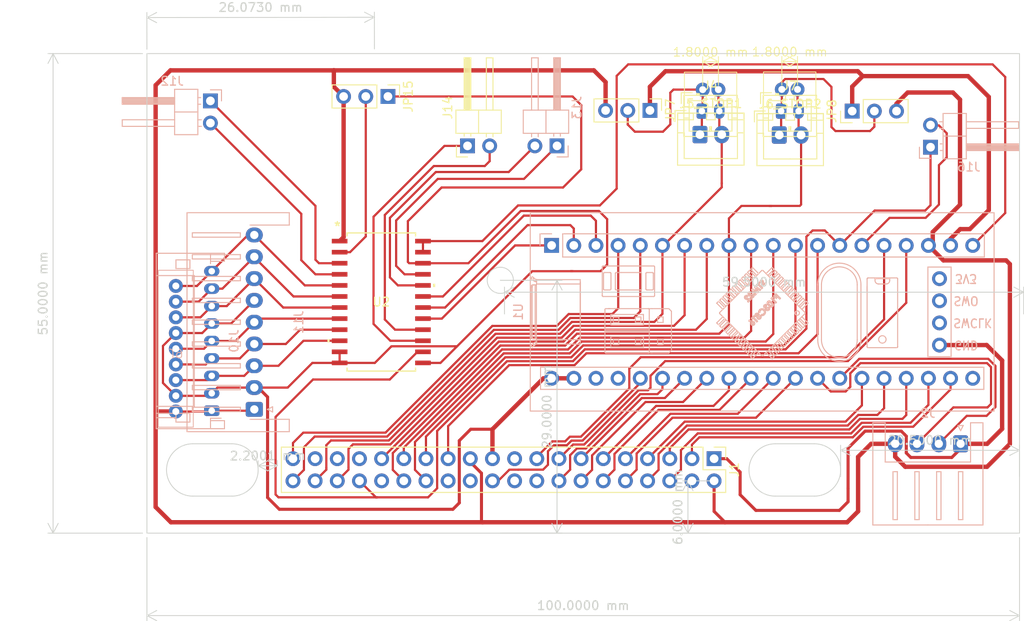
<source format=kicad_pcb>
(kicad_pcb (version 20221018) (generator pcbnew)
  (layers (0 "F.Cu" signal) (31 "B.Cu" signal) (34 "B.Paste" user) (35 "F.Paste" user) (36 "B.SilkS" user "B.Silkscreen") (37 "F.SilkS" user "F.Silkscreen") (38 "B.Mask" user) (39 "F.Mask" user) (44 "Edge.Cuts" user))
  (net 0 "")
  (net 1 "GND")
  (net 2 "+5V")
  (net 3 "/LED2 - D2")
  (net 4 "/LED3 - D3")
  (net 5 "/LED4 - D4")
  (net 6 "/LED5 - D5")
  (net 7 "/S2 (button)")
  (net 8 "/LED6 - D6")
  (net 9 "/S3 (button)")
  (net 10 "/LED7 - D7")
  (net 11 "/S5 (button)")
  (net 12 "/LED8 - D8")
  (net 13 "/LED10 - D10")
  (net 14 "/LED9 - D9")
  (net 15 "/LED11 - D11")
  (net 18 "/S8 (button)")
  (net 19 "/S4 (button)")
  (net 20 "/JP5-2 STOP1")
  (net 21 "/S6 (button)")
  (net 22 "/JP1-10 LiftX")
  (net 23 "/JP1-7 Left Bumper")
  (net 24 "/JP6-2 STOP2")
  (net 25 "/JP1-1 Right Bumper")
  (net 26 "/JP1-4 Lift")
  (net 27 "/Pico-RX_STM32-TX")
  (net 28 "/Pico-TX_STM32-RX")
  (net 29 "Net-(J3-Pin_1)")
  (net 30 "/S1")
  (net 31 "/S2")
  (net 32 "/RAIN")
  (net 33 "Net-(J12-Pin_1)")
  (net 34 "Net-(J12-Pin_2)")
  (net 35 "Net-(J13-Pin_1)")
  (net 36 "Net-(J13-Pin_2)")
  (net 37 "Net-(JP15-C)")
  (net 40 "Net-(J6_STOP2-Pin_1)")
  (net 41 "/ESTOP2")
  (net 42 "/ESTOP1")
  (net 43 "/LED1 - D1")
  (net 52 "/S7 (button)")
  (net 53 "/S1 (button)")
  (net 54 "/S9 (button)")
  (net 57 "/S2_LS")
  (net 58 "/S1_LS")
  (net 59 "/SDA1")
  (net 60 "unconnected-(U1-GND-Pad44)")
  (net 61 "Net-(U1-3V3-Pad20)")
  (footprint "NXP 74LVC4245AD:SOT137-1_NEX" (layer "F.Cu") (at 76.8604 148.4884)
    (fp_text reference "U2")
    (fp_text value "Hall Level-shifter 74LVC4245AD")
  )
  (footprint "Connector_PinHeader_2.54mm:PinHeader_1x03_P2.54mm_Vertical" (layer "F.Cu") (at 107.6452 126.5174 -90)
    (fp_text reference "JP7")
    (fp_text value "STOP1 GND_or_5V")
  )
  (footprint "Connector_PinHeader_2.54mm:PinHeader_1x03_P2.54mm_Vertical" (layer "F.Cu") (at 77.6224 124.9172 -90)
    (fp_text reference "JP15")
    (fp_text value "LS GND_or_5V")
  )
  (footprint "Connector_JST:JST_XH_B2B-XH-A_1x02_P2.50mm_Vertical" (layer "F.Cu") (at 122.468 129.3368)
    (fp_text reference "J6_STOP2")
    (fp_text value "2.54mm")
  )
  (footprint "Connector_JST:JST_PH_B2B-PH-K_1x02_P2.00mm_Vertical" (layer "F.Cu") (at 113.5954 126.5936)
    (fp_text reference "J4")
    (fp_text value "2mm")
  )
  (footprint "Connector_PinHeader_2.54mm:PinHeader_1x02_P2.54mm_Horizontal" (layer "F.Cu") (at 86.741 130.5814 90)
    (fp_text reference "J14")
    (fp_text value "LS OUT S1_S2")
  )
  (footprint "Connector_JST:JST_XH_B2B-XH-A_1x02_P2.50mm_Vertical" (layer "F.Cu") (at 113.3748 129.286)
    (fp_text reference "J5_STOP1")
    (fp_text value "2.54mm")
  )
  (footprint "CustomFootprintLibrary:conn_01x2_1.8mm" (layer "F.Cu") (at 114.5938 124.1298 90)
    (fp_text reference "J3" hide)
    (fp_text value "1.8mm" hide)
  )
  (footprint "Connector_JST:JST_PH_B2B-PH-K_1x02_P2.00mm_Vertical" (layer "F.Cu") (at 122.682 126.5936)
    (fp_text reference "J7")
    (fp_text value "2mm")
  )
  (footprint "Connector_PinHeader_2.54mm:PinHeader_2x20_P2.54mm_Vertical" (layer "F.Cu") (at 115 166.46 -90)
    (fp_text reference "J1")
    (fp_text value "Conn_02x20_Odd_Even")
  )
  (footprint "CustomFootprintLibrary:conn_01x2_1.8mm" (layer "F.Cu") (at 123.6616 124.1044 90)
    (fp_text reference "J8" hide)
    (fp_text value "1.8mm" hide)
  )
  (footprint "Connector_PinHeader_2.54mm:PinHeader_1x03_P2.54mm_Vertical" (layer "F.Cu") (at 130.825 126.5936 90)
    (fp_text reference "JP8")
    (fp_text value "STOP2 GND_or_5V")
  )
  (footprint "Connector_PinHeader_2.54mm:PinHeader_1x02_P2.54mm_Horizontal" (layer "B.Cu") (at 97.0026 130.5814 90)
    (fp_text reference "J13")
    (fp_text value "Spare LS OUT B0_B1")
  )
  (footprint "CustomFootprintLibrary:conn_01x9_1.8mm" (layer "B.Cu") (at 53.3146 153.8478)
    (fp_text reference "J9")
    (fp_text value "1.8mm")
  )
  (footprint "Connector_JST:JST_XH_S9B-XH-A-1_1x09_P2.50mm_Horizontal" (layer "B.Cu") (at 62.3062 160.8036 90)
    (fp_text reference "J11")
    (fp_text value "2.54mm")
  )
  (footprint "STM32 Pills:YAAJ_BluePill_SWD_1" (layer "B.Cu") (at 96.38 142 -90)
    (fp_text reference "U1")
    (fp_text value "STM32F401RC blue pill" hide)
  )
  (footprint "Connector_JST:JST_XH_S4B-XH-A_1x04_P2.50mm_Horizontal" (layer "B.Cu") (at 143.25 164.75 180)
    (fp_text reference "J2")
    (fp_text value "OM_Serial")
  )
  (footprint "Connector_PinHeader_2.54mm:PinHeader_1x02_P2.54mm_Horizontal" (layer "B.Cu") (at 139.8016 130.7338)
    (fp_text reference "J16")
    (fp_text value "I2C")
  )
  (footprint "Connector_PinHeader_2.54mm:PinHeader_1x02_P2.54mm_Horizontal" (layer "B.Cu") (at 57.277 125.4252 180)
    (fp_text reference "J12")
    (fp_text value "Spare LevelShift A0_A1")
  )
  (footprint "Connector_JST:JST_PH_S9B-PH-K_1x09_P2.00mm_Horizontal" (layer "B.Cu") (at 57.4294 160.9578 90)
    (fp_text reference "J10")
    (fp_text value "2mm")
  )
  (gr_rect (start 50 120) (end 150 175) (stroke (width 0.1)) (fill none) (layer "Edge.Cuts"))
  (gr_arc (start 55.25 170.75) (mid 52.25 167.75) (end 55.25 164.75) (stroke (width 0.1)) (layer "Edge.Cuts"))
  (gr_line (start 59.75 170.75) (end 55.25 170.75) (stroke (width 0.1)) (layer "Edge.Cuts"))
  (gr_circle (center 90.5 146) (end 92 146) (stroke (width 0.1)) (fill none) (layer "Edge.Cuts"))
  (gr_arc (start 59.75 164.75) (mid 62.75 167.75) (end 59.75 170.75) (stroke (width 0.1)) (layer "Edge.Cuts"))
  (gr_line (start 122 170.75) (end 126.5 170.75) (stroke (width 0.1)) (layer "Edge.Cuts"))
  (gr_arc (start 122 170.75) (mid 119 167.75) (end 122 164.75) (stroke (width 0.1)) (layer "Edge.Cuts"))
  (gr_line (start 55.25 164.75) (end 59.75 164.75) (stroke (width 0.1)) (layer "Edge.Cuts"))
  (gr_arc (start 126.5 164.75) (mid 129.5 167.75) (end 126.5 170.75) (stroke (width 0.1)) (layer "Edge.Cuts"))
  (gr_line (start 122 164.75) (end 126.5 164.75) (stroke (width 0.1)) (layer "Edge.Cuts"))
  (dimension (type aligned) (layer "Edge.Cuts") (pts (xy 50 175) (xy 150 175)) (height 9.4548) (gr_text "100,0000 mm" (at 100 183.3048) (layer "Edge.Cuts") (effects (font (size 1 1) (thickness 0.15)))) (format (prefix "") (suffix "") (units 3) (units_format 1) (precision 4)) (style (thickness 0.1) (arrow_length 1.27) (text_position_mode 0) (extension_height 0.58642) (extension_offset 0.5) keep_text_aligned))
  (dimension (type aligned) (layer "Edge.Cuts") (pts (xy 50 120) (xy 76.073 119.9642)) (height -4.132197) (gr_text "26,0730 mm" (at 63.029247 114.699908 0.07867094763) (layer "Edge.Cuts") (effects (font (size 1 1) (thickness 0.15)))) (format (prefix "") (suffix "") (units 3) (units_format 1) (precision 4)) (style (thickness 0.1) (arrow_length 1.27) (text_position_mode 0) (extension_height 0.58642) (extension_offset 0.5) keep_text_aligned))
  (dimension (type aligned) (layer "Edge.Cuts") (pts (xy 150 169) (xy 129.5 169)) (height 3.499999) (gr_text "20,5000 mm" (at 139.75 164.350001) (layer "Edge.Cuts") (effects (font (size 1 1) (thickness 0.15)))) (format (prefix "") (suffix "") (units 3) (units_format 1) (precision 4)) (style (thickness 0.1) (arrow_length 1.27) (text_position_mode 0) (extension_height 0.58642) (extension_offset 0.5) keep_text_aligned))
  (dimension (type aligned) (layer "Edge.Cuts") (pts (xy 115 175) (xy 115 169)) (height -3) (gr_text "6,0000 mm" (at 110.85 172 90) (layer "Edge.Cuts") (effects (font (size 1 1) (thickness 0.15)))) (format (prefix "") (suffix "") (units 3) (units_format 1) (precision 4)) (style (thickness 0.1) (arrow_length 1.27) (text_position_mode 0) (extension_height 0.58642) (extension_offset 0.5) keep_text_aligned))
  (dimension (type aligned) (layer "Edge.Cuts") (pts (xy 64.95 167.735) (xy 62.75 167.75)) (height 0.470984) (gr_text "2,2001 mm" (at 63.838948 166.121554 0.3906469888) (layer "Edge.Cuts") (effects (font (size 1 1) (thickness 0.15)))) (format (prefix "") (suffix "") (units 3) (units_format 1) (precision 4)) (style (thickness 0.1) (arrow_length 1.27) (text_position_mode 0) (extension_height 0.58642) (extension_offset 0.5) keep_text_aligned))
  (dimension (type aligned) (layer "Edge.Cuts") (pts (xy 150.476 150.3622) (xy 90.976 150.3622)) (height 2.999999) (gr_text "59,5000 mm" (at 120.726 146.212201) (layer "Edge.Cuts") (effects (font (size 1 1) (thickness 0.15)))) (format (prefix "") (suffix "") (units 3) (units_format 1) (precision 4)) (style (thickness 0.1) (arrow_length 1.27) (text_position_mode 0) (extension_height 0.58642) (extension_offset 0.5) keep_text_aligned))
  (dimension (type aligned) (layer "Edge.Cuts") (pts (xy 50 120) (xy 50 175)) (height 10.749999) (gr_text "55,0000 mm" (at 38.100001 147.5 90) (layer "Edge.Cuts") (effects (font (size 1 1) (thickness 0.15)))) (format (prefix "") (suffix "") (units 3) (units_format 1) (precision 4)) (style (thickness 0.1) (arrow_length 1.27) (text_position_mode 0) (extension_height 0.58642) (extension_offset 0.5) keep_text_aligned))
  (dimension (type aligned) (layer "Edge.Cuts") (pts (xy 90 175) (xy 90 146)) (height 7) (gr_text "29,0000 mm" (at 95.85 160.5 90) (layer "Edge.Cuts") (effects (font (size 1 1) (thickness 0.15)))) (format (prefix "") (suffix "") (units 3) (units_format 1) (precision 4)) (style (thickness 0.1) (arrow_length 1.27) (text_position_mode 0) (extension_height 0.58642) (extension_offset 0.5) keep_text_aligned))
  (segment (start 87.1108 163.0792) (end 85.8012 164.3888) (width 0.35) (layer "F.Cu") (net 1))
  (segment (start 132.0292 122.5804) (end 131.4704 122.0216) (width 0.5) (layer "F.Cu") (net 1))
  (segment (start 57.4294 150.9578) (end 59.652 150.9578) (width 0.25) (layer "F.Cu") (net 1))
  (segment (start 137.025 165.8032) (end 137.541 166.3192) (width 0.35) (layer "F.Cu") (net 1))
  (segment (start 101.8032 138.049) (end 92.837 138.049) (width 0.25) (layer "F.Cu") (net 1))
  (segment (start 53.3146 152.0478) (end 51.8414 153.521) (width 0.25) (layer "F.Cu") (net 1))
  (segment (start 72.0852 154.2034) (end 72.0852 155.4734) (width 0.25) (layer "F.Cu") (net 1))
  (segment (start 57.1394 159.2478) (end 57.4294 158.9578) (width 0.25) (layer "F.Cu") (net 1))
  (segment (start 89.6 163.0792) (end 87.1108 163.0792) (width 0.35) (layer "F.Cu") (net 1))
  (segment (start 85.8012 171.5262) (end 85.0646 172.2628) (width 0.35) (layer "F.Cu") (net 1))
  (segment (start 117.983 167.9956) (end 116.4474 166.46) (width 0.35) (layer "F.Cu") (net 1))
  (segment (start 53.3146 152.0478) (end 56.3394 152.0478) (width 0.25) (layer "F.Cu") (net 1))
  (segment (start 101.981 144.9578) (end 102.743 144.1958) (width 0.25) (layer "F.Cu") (net 1))
  (segment (start 146.2418 153.43) (end 146.2138 153.43) (width 0.5) (layer "F.Cu") (net 1))
  (segment (start 98.7806 124.9172) (end 77.6224 124.9172) (width 0.25) (layer "F.Cu") (net 1))
  (segment (start 142.24 166.3192) (end 143.25 165.3092) (width 0.35) (layer "F.Cu") (net 1))
  (segment (start 63.8302 170.9166) (end 63.8302 159.385) (width 0.35) (layer "F.Cu") (net 1))
  (segment (start 97.6884 135.3566) (end 99.7712 133.2738) (width 0.25) (layer "F.Cu") (net 1))
  (segment (start 99.7712 133.2738) (end 99.7712 125.9078) (width 0.25) (layer "F.Cu") (net 1))
  (segment (start 130.825 123.7846) (end 130.825 126.5936) (width 0.5) (layer "F.Cu") (net 1))
  (segment (start 109.4232 122.0216) (end 107.6452 123.7996) (width 0.5) (layer "F.Cu") (net 1))
  (segment (start 94.1578 144.9578) (end 98.5774 144.9578) (width 0.25) (layer "F.Cu") (net 1))
  (segment (start 142.1 141.237) (end 143.2052 140.1318) (width 0.5) (layer "F.Cu") (net 1))
  (segment (start 86.8426 144.0434) (end 81.6356 144.0434) (width 0.25) (layer "F.Cu") (net 1))
  (segment (start 92.837 138.049) (end 86.8426 144.0434) (width 0.25) (layer "F.Cu") (net 1))
  (segment (start 130.3528 171.3992) (end 129.3622 172.3898) (width 0.35) (layer "F.Cu") (net 1))
  (segment (start 62.7488 158.3036) (end 62.3062 158.3036) (width 0.35) (layer "F.Cu") (net 1))
  (segment (start 148.0058 155.194) (end 146.2418 153.43) (width 0.5) (layer "F.Cu") (net 1))
  (segment (start 85.8012 164.3888) (end 85.8012 171.5262) (width 0.35) (layer "F.Cu") (net 1))
  (segment (start 129.3622 172.3898) (end 119.7864 172.3898) (width 0.35) (layer "F.Cu") (net 1))
  (segment (start 95.4392 157.24) (end 89.6 163.0792) (width 0.5) (layer "F.Cu") (net 1))
  (segment (start 148.0058 155.194) (end 148.0058 163.0426) (width 0.5) (layer "F.Cu") (net 1))
  (segment (start 79.9084 139.2174) (end 83.7692 135.3566) (width 0.25) (layer "F.Cu") (net 1))
  (segment (start 76.1238 155.4734) (end 72.0852 155.4734) (width 0.25) (layer "F.Cu") (net 1))
  (segment (start 136.4446 163.2924) (end 133.985 163.2924) (width 0.35) (layer "F.Cu") (net 1))
  (segment (start 144.0942 122.5804) (end 132.0292 122.5804) (width 0.5) (layer "F.Cu") (net 1))
  (segment (start 130.3528 169.8752) (end 130.3528 171.2468) (width 0.35) (layer "F.Cu") (net 1))
  (segment (start 98.5774 144.9578) (end 101.981 144.9578) (width 0.25) (layer "F.Cu") (net 1))
  (segment (start 146.4818 124.968) (end 144.0942 122.5804) (width 0.5) (layer "F.Cu") (net 1))
  (segment (start 107.6452 123.7996) (end 107.6452 126.5174) (width 0.5) (layer "F.Cu") (net 1))
  (segment (start 81.6356 155.4734) (end 83.6422 155.4734) (width 0.25) (layer "F.Cu") (net 1))
  (segment (start 53.3146 159.2478) (end 57.1394 159.2478) (width 0.25) (layer "F.Cu") (net 1))
  (segment (start 85.5472 153.5684) (end 78.0288 153.5684) (width 0.25) (layer "F.Cu") (net 1))
  (segment (start 59.652 150.9578) (end 62.3062 148.3036) (width 0.25) (layer "F.Cu") (net 1))
  (segment (start 83.7692 135.3566) (end 97.6884 135.3566) (width 0.25) (layer "F.Cu") (net 1))
  (segment (start 143.25 164.75) (end 143.25 165.3092) (width 0.5) (layer "F.Cu") (net 1))
  (segment (start 89.6 163.0792) (end 89.6 166.46) (width 0.5) (layer "F.Cu") (net 1))
  (segment (start 62.3062 158.3036) (end 58.0836 158.3036) (width 0.25) (layer "F.Cu") (net 1))
  (segment (start 137.025 163.8728) (end 137.025 165.8032) (width 0.35) (layer "F.Cu") (net 1))
  (segment (start 102.743 138.9888) (end 101.8032 138.049) (width 0.25) (layer "F.Cu") (net 1))
  (segment (start 81.6356 144.0434) (end 80.0608 144.0434) (width 0.25) (layer "F.Cu") (net 1))
  (segment (start 102.743 144.1958) (end 102.743 138.9888) (width 0.25) (layer "F.Cu") (net 1))
  (segment (start 142.1 142) (end 142.1 141.237) (width 0.5) (layer "F.Cu") (net 1))
  (segment (start 85.0646 172.2628) (end 65.1764 172.2628) (width 0.35) (layer "F.Cu") (net 1))
  (segment (start 80.0608 144.0434) (end 79.9084 143.891) (width 0.25) (layer "F.Cu") (net 1))
  (segment (start 51.8414 157.7746) (end 52.0294 157.9626) (width 0.25) (layer "F.Cu") (net 1))
  (segment (start 132.310102 163.2924) (end 130.3528 165.249702) (width 0.35) (layer "F.Cu") (net 1))
  (segment (start 137.541 166.3192) (end 142.24 166.3192) (width 0.35) (layer "F.Cu") (net 1))
  (segment (start 65.1764 172.2628) (end 63.8302 170.9166) (width 0.35) (layer "F.Cu") (net 1))
  (segment (start 116.4474 166.46) (end 115 166.46) (width 0.35) (layer "F.Cu") (net 1))
  (segment (start 58.0836 158.3036) (end 57.4294 158.9578) (width 0.25) (layer "F.Cu") (net 1))
  (segment (start 133.985 163.2924) (end 132.310102 163.2924) (width 0.35) (layer "F.Cu") (net 1))
  (segment (start 98.5774 144.9578) (end 98.8314 144.9578) (width 0.25) (layer "F.Cu") (net 1))
  (segment (start 51.8414 153.521) (end 51.8414 157.7746) (width 0.25) (layer "F.Cu") (net 1))
  (segment (start 136.8298 163.6776) (end 136.4446 163.2924) (width 0.35) (layer "F.Cu") (net 1))
  (segment (start 146.2984 164.75) (end 143.25 164.75) (width 0.5) (layer "F.Cu") (net 1))
  (segment (start 148.0058 163.0426) (end 146.2984 164.75) (width 0.5) (layer "F.Cu") (net 1))
  (segment (start 78.0288 153.5684) (end 76.1238 155.4734) (width 0.25) (layer "F.Cu") (net 1))
  (segment (start 68.961 155.4734) (end 72.0852 155.4734) (width 0.25) (layer "F.Cu") (net 1))
  (segment (start 66.1308 158.3036) (end 68.961 155.4734) (width 0.25) (layer "F.Cu") (net 1))
  (segment (start 87.757 151.3586) (end 94.1578 144.9578) (width 0.25) (layer "F.Cu") (net 1))
  (segment (start 99.7712 125.9078) (end 98.7806 124.9172) (width 0.25) (layer "F.Cu") (net 1))
  (segment (start 131.4704 122.0216) (end 109.4232 122.0216) (width 0.5) (layer "F.Cu") (net 1))
  (segment (start 130.3528 171.2468) (end 130.3528 171.3992) (width 0.35) (layer "F.Cu") (net 1))
  (segment (start 144.2974 140.1318) (end 146.4818 137.9474) (width 0.5) (layer "F.Cu") (net 1))
  (segment (start 143.2052 140.1318) (end 144.2974 140.1318) (width 0.5) (layer "F.Cu") (net 1))
  (segment (start 62.3062 158.3036) (end 66.1308 158.3036) (width 0.25) (layer "F.Cu") (net 1))
  (segment (start 63.8302 159.385) (end 62.7488 158.3036) (width 0.35) (layer "F.Cu") (net 1))
  (segment (start 140.83 153.43) (end 146.2138 153.43) (width 0.5) (layer "F.Cu") (net 1))
  (segment (start 146.4818 137.9474) (end 146.4818 124.968) (width 0.5) (layer "F.Cu") (net 1))
  (segment (start 132.0292 122.5804) (end 130.825 123.7846) (width 0.5) (layer "F.Cu") (net 1))
  (segment (start 52.0294 157.9626) (end 53.3146 159.2478) (width 0.25) (layer "F.Cu") (net 1))
  (segment (start 79.9084 143.891) (end 79.9084 139.2174) (width 0.25) (layer "F.Cu") (net 1))
  (segment (start 83.6422 155.4734) (end 85.5472 153.5684) (width 0.25) (layer "F.Cu") (net 1))
  (segment (start 56.3394 152.0478) (end 57.4294 150.9578) (width 0.25) (layer "F.Cu") (net 1))
  (segment (start 119.7864 172.3898) (end 117.983 170.5864) (width 0.35) (layer "F.Cu") (net 1))
  (segment (start 98.92 157.24) (end 95.4392 157.24) (width 0.5) (layer "F.Cu") (net 1))
  (segment (start 85.5472 153.5684) (end 87.757 151.3586) (width 0.25) (layer "F.Cu") (net 1))
  (segment (start 146.2138 153.43) (end 146.2278 153.416) (width 0.25) (layer "F.Cu") (net 1))
  (segment (start 117.983 170.5864) (end 117.983 167.9956) (width 0.35) (layer "F.Cu") (net 1))
  (segment (start 136.8298 163.6776) (end 137.025 163.8728) (width 0.35) (layer "F.Cu") (net 1))
  (segment (start 130.3528 165.249702) (end 130.3528 169.8752) (width 0.35) (layer "F.Cu") (net 1))
  (segment (start 142.367 124.46) (end 137.1854 124.46) (width 0.5) (layer "F.Cu") (net 2))
  (segment (start 148.8948 144.145) (end 148.8948 164.7698) (width 0.5) (layer "F.Cu") (net 2))
  (segment (start 139.56 142) (end 140.0556 141.5044) (width 0.5) (layer "F.Cu") (net 2))
  (segment (start 131.5 166.25) (end 133 164.75) (width 0.5) (layer "F.Cu") (net 2))
  (segment (start 51.0372 161.0478) (end 53.3146 161.0478) (width 0.5) (layer "F.Cu") (net 2))
  (segment (start 148.463 143.7132) (end 148.8948 144.145) (width 0.5) (layer "F.Cu") (net 2))
  (segment (start 137.1854 124.46) (end 135.905 125.7404) (width 0.5) (layer "F.Cu") (net 2))
  (segment (start 87.06 166.8414) (end 88.3412 168.1226) (width 0.35) (layer "F.Cu") (net 2))
  (segment (start 115 169) (end 115 172.5) (width 0.35) (layer "F.Cu") (net 2))
  (segment (start 140.0556 140.462) (end 143.1798 137.3378) (width 0.5) (layer "F.Cu") (net 2))
  (segment (start 57.4294 160.9578) (end 62.152 160.9578) (width 0.25) (layer "F.Cu") (net 2))
  (segment (start 72.5424 141.0462) (end 72.0852 141.5034) (width 0.5) (layer "F.Cu") (net 2))
  (segment (start 143.1798 125.2728) (end 142.367 124.46) (width 0.5) (layer "F.Cu") (net 2))
  (segment (start 87.06 166.46) (end 87.06 166.8414) (width 0.25) (layer "F.Cu") (net 2))
  (segment (start 139.56 142) (end 141.2732 143.7132) (width 0.5) (layer "F.Cu") (net 2))
  (segment (start 141.2732 143.7132) (end 148.463 143.7132) (width 0.5) (layer "F.Cu") (net 2))
  (segment (start 71.4248 121.92) (end 71.4248 123.7996) (width 0.5) (layer "F.Cu") (net 2))
  (segment (start 143.1798 137.3378) (end 143.1798 125.2728) (width 0.5) (layer "F.Cu") (net 2))
  (segment (start 131.5 172.5) (end 131.5 166.25) (width 0.5) (layer "F.Cu") (net 2))
  (segment (start 71.4248 121.92) (end 101.219 121.92) (width 0.5) (layer "F.Cu") (net 2))
  (segment (start 136.906 167.386) (end 135.75 166.23) (width 0.5) (layer "F.Cu") (net 2))
  (segment (start 133 164.75) (end 135.75 164.75) (width 0.5) (layer "F.Cu") (net 2))
  (segment (start 51 161.0106) (end 51 123.625) (width 0.5) (layer "F.Cu") (net 2))
  (segment (start 53.3146 161.0478) (end 57.3394 161.0478) (width 0.25) (layer "F.Cu") (net 2))
  (segment (start 116.25 173.75) (end 130.25 173.75) (width 0.5) (layer "F.Cu") (net 2))
  (segment (start 51 172) (end 51 161.0106) (width 0.5) (layer "F.Cu") (net 2))
  (segment (start 140.0556 141.5044) (end 140.0556 140.462) (width 0.5) (layer "F.Cu") (net 2))
  (segment (start 52.75 173.75) (end 51 172) (width 0.5) (layer "F.Cu") (net 2))
  (segment (start 57.3394 161.0478) (end 57.4294 160.9578) (width 0.25) (layer "F.Cu") (net 2))
  (segment (start 88.3412 173.623) (end 88.4682 173.75) (width 0.25) (layer "F.Cu") (net 2))
  (segment (start 135.905 125.7404) (end 135.905 126.5936) (width 0.5) (layer "F.Cu") (net 2))
  (segment (start 52.705 121.92) (end 71.4248 121.92) (width 0.5) (layer "F.Cu") (net 2))
  (segment (start 62.152 160.9578) (end 62.3062 160.8036) (width 0.25) (layer "F.Cu") (net 2))
  (segment (start 146.2786 167.386) (end 136.906 167.386) (width 0.5) (layer "F.Cu") (net 2))
  (segment (start 72.5424 124.9172) (end 72.5424 141.0462) (width 0.5) (layer "F.Cu") (net 2))
  (segment (start 130.25 173.75) (end 131.5 172.5) (width 0.5) (layer "F.Cu") (net 2))
  (segment (start 148.8948 164.7698) (end 146.2786 167.386) (width 0.5) (layer "F.Cu") (net 2))
  (segment (start 101.219 121.92) (end 102.5652 123.2662) (width 0.5) (layer "F.Cu") (net 2))
  (segment (start 135.75 166.23) (end 135.75 164.75) (width 0.5) (layer "F.Cu") (net 2))
  (segment (start 115 172.5) (end 116.25 173.75) (width 0.35) (layer "F.Cu") (net 2))
  (segment (start 51 161.0106) (end 51.0372 161.0478) (width 0.5) (layer "F.Cu") (net 2))
  (segment (start 116.25 173.75) (end 88.4682 173.75) (width 0.5) (layer "F.Cu") (net 2))
  (segment (start 88.4682 173.75) (end 52.75 173.75) (width 0.5) (layer "F.Cu") (net 2))
  (segment (start 102.5652 123.2662) (end 102.5652 126.5174) (width 0.5) (layer "F.Cu") (net 2))
  (segment (start 51 123.625) (end 52.705 121.92) (width 0.5) (layer "F.Cu") (net 2))
  (segment (start 88.3412 168.1226) (end 88.3412 173.623) (width 0.35) (layer "F.Cu") (net 2))
  (segment (start 71.4248 123.7996) (end 72.5424 124.9172) (width 0.5) (layer "F.Cu") (net 2))
  (segment (start 131.707596 161.8924) (end 136.583 161.8924) (width 0.25) (layer "F.Cu") (net 3))
  (segment (start 109.92 165.257919) (end 112.070119 163.1078) (width 0.25) (layer "F.Cu") (net 3))
  (segment (start 130.492196 163.1078) (end 131.707596 161.8924) (width 0.25) (layer "F.Cu") (net 3))
  (segment (start 112.070119 163.1078) (end 130.492196 163.1078) (width 0.25) (layer "F.Cu") (net 3))
  (segment (start 109.92 166.46) (end 109.92 165.257919) (width 0.25) (layer "F.Cu") (net 3))
  (segment (start 136.583 161.8924) (end 137.02 161.4554) (width 0.25) (layer "F.Cu") (net 3))
  (segment (start 137.02 161.4554) (end 137.02 157.24) (width 0.25) (layer "F.Cu") (net 3))
  (segment (start 139.56 157.24) (end 139.56 160.287) (width 0.25) (layer "F.Cu") (net 4))
  (segment (start 131.9166 162.3424) (end 130.7012 163.5578) (width 0.25) (layer "F.Cu") (net 4))
  (segment (start 130.7012 163.5578) (end 113.123004 163.5578) (width 0.25) (layer "F.Cu") (net 4))
  (segment (start 137.5046 162.3424) (end 131.9166 162.3424) (width 0.25) (layer "F.Cu") (net 4))
  (segment (start 139.56 160.287) (end 137.5046 162.3424) (width 0.25) (layer "F.Cu") (net 4))
  (segment (start 113.123004 163.5578) (end 111.2012 165.479604) (width 0.25) (layer "F.Cu") (net 4))
  (segment (start 111.2012 167.7188) (end 109.92 169) (width 0.25) (layer "F.Cu") (net 4))
  (segment (start 111.2012 165.479604) (end 111.2012 167.7188) (width 0.25) (layer "F.Cu") (net 4))
  (segment (start 131.94 160.336404) (end 130.068604 162.2078) (width 0.25) (layer "F.Cu") (net 5))
  (segment (start 131.94 157.24) (end 131.94 160.336404) (width 0.25) (layer "F.Cu") (net 5))
  (segment (start 130.068604 162.2078) (end 111.6322 162.2078) (width 0.25) (layer "F.Cu") (net 5))
  (segment (start 111.6322 162.2078) (end 107.38 166.46) (width 0.25) (layer "F.Cu") (net 5))
  (segment (start 108.6358 165.905723) (end 108.6358 167.7442) (width 0.25) (layer "F.Cu") (net 6))
  (segment (start 134.48 160.668) (end 133.7056 161.4424) (width 0.25) (layer "F.Cu") (net 6))
  (segment (start 131.5212 161.4424) (end 130.3058 162.6578) (width 0.25) (layer "F.Cu") (net 6))
  (segment (start 108.6358 167.7442) (end 107.38 169) (width 0.25) (layer "F.Cu") (net 6))
  (segment (start 111.883723 162.6578) (end 108.6358 165.905723) (width 0.25) (layer "F.Cu") (net 6))
  (segment (start 130.3058 162.6578) (end 111.883723 162.6578) (width 0.25) (layer "F.Cu") (net 6))
  (segment (start 133.7056 161.4424) (end 131.5212 161.4424) (width 0.25) (layer "F.Cu") (net 6))
  (segment (start 134.48 157.24) (end 134.48 160.668) (width 0.25) (layer "F.Cu") (net 6))
  (segment (start 121.78 157.24) (end 117.7122 161.3078) (width 0.25) (layer "F.Cu") (net 7))
  (segment (start 117.7122 161.3078) (end 109.9922 161.3078) (width 0.25) (layer "F.Cu") (net 7))
  (segment (start 109.9922 161.3078) (end 104.84 166.46) (width 0.25) (layer "F.Cu") (net 7))
  (segment (start 106.1212 167.7188) (end 104.84 169) (width 0.25) (layer "F.Cu") (net 8))
  (segment (start 124.32 157.24) (end 119.8022 161.7578) (width 0.25) (layer "F.Cu") (net 8))
  (segment (start 119.8022 161.7578) (end 110.230499 161.7578) (width 0.25) (layer "F.Cu") (net 8))
  (segment (start 106.1212 165.867099) (end 106.1212 167.7188) (width 0.25) (layer "F.Cu") (net 8))
  (segment (start 110.230499 161.7578) (end 106.1212 165.867099) (width 0.25) (layer "F.Cu") (net 8))
  (segment (start 116.7 158.636) (end 116.7 157.24) (width 0.25) (layer "F.Cu") (net 9))
  (segment (start 102.3 166.46) (end 108.3522 160.4078) (width 0.25) (layer "F.Cu") (net 9))
  (segment (start 108.3522 160.4078) (end 114.9282 160.4078) (width 0.25) (layer "F.Cu") (net 9))
  (segment (start 114.9282 160.4078) (end 116.7 158.636) (width 0.25) (layer "F.Cu") (net 9))
  (segment (start 103.5812 165.9128) (end 103.5812 167.7188) (width 0.25) (layer "F.Cu") (net 10))
  (segment (start 115.6222 160.8578) (end 108.6362 160.8578) (width 0.25) (layer "F.Cu") (net 10))
  (segment (start 119.24 157.24) (end 115.6222 160.8578) (width 0.25) (layer "F.Cu") (net 10))
  (segment (start 103.5812 167.7188) (end 102.3 169) (width 0.25) (layer "F.Cu") (net 10))
  (segment (start 108.6362 160.8578) (end 103.5812 165.9128) (width 0.25) (layer "F.Cu") (net 10))
  (segment (start 99.76 166.46) (end 106.7122 159.5078) (width 0.25) (layer "F.Cu") (net 11))
  (segment (start 109.3522 159.5078) (end 111.62 157.24) (width 0.25) (layer "F.Cu") (net 11))
  (segment (start 106.7122 159.5078) (end 109.3522 159.5078) (width 0.25) (layer "F.Cu") (net 11))
  (segment (start 107.140499 159.9578) (end 101.0158 166.082499) (width 0.25) (layer "F.Cu") (net 12))
  (segment (start 111.4422 159.9578) (end 107.140499 159.9578) (width 0.25) (layer "F.Cu") (net 12))
  (segment (start 101.0158 167.7442) (end 99.76 169) (width 0.25) (layer "F.Cu") (net 12))
  (segment (start 114.16 157.24) (end 111.4422 159.9578) (width 0.25) (layer "F.Cu") (net 12))
  (segment (start 101.0158 166.082499) (end 101.0158 167.7442) (width 0.25) (layer "F.Cu") (net 12))
  (segment (start 100.112208 164.835) (end 98.845 164.835) (width 0.25) (layer "F.Cu") (net 13))
  (segment (start 130.3274 155.2702) (end 109.388099 155.2702) (width 0.25) (layer "F.Cu") (net 13))
  (segment (start 107.715 158.3094) (end 107.4166 158.6078) (width 0.25) (layer "F.Cu") (net 13))
  (segment (start 97.32 166.46) (end 97.22 166.46) (width 0.25) (layer "F.Cu") (net 13))
  (segment (start 107.4166 158.6078) (end 106.339408 158.6078) (width 0.25) (layer "F.Cu") (net 13))
  (segment (start 98.845 164.835) (end 97.22 166.46) (width 0.25) (layer "F.Cu") (net 13))
  (segment (start 137.02 148.5776) (end 130.3274 155.2702) (width 0.25) (layer "F.Cu") (net 13))
  (segment (start 137.02 142) (end 137.02 148.5776) (width 0.25) (layer "F.Cu") (net 13))
  (segment (start 107.715 156.943299) (end 107.715 158.3094) (width 0.25) (layer "F.Cu") (net 13))
  (segment (start 106.339408 158.6078) (end 100.112208 164.835) (width 0.25) (layer "F.Cu") (net 13))
  (segment (start 109.388099 155.2702) (end 107.715 156.943299) (width 0.25) (layer "F.Cu") (net 13))
  (segment (start 99.273299 165.285) (end 98.5012 166.057099) (width 0.25) (layer "F.Cu") (net 14))
  (segment (start 100.298604 165.285) (end 99.273299 165.285) (width 0.25) (layer "F.Cu") (net 14))
  (segment (start 109.08 158.4866) (end 108.5088 159.0578) (width 0.25) (layer "F.Cu") (net 14))
  (segment (start 106.525804 159.0578) (end 100.298604 165.285) (width 0.25) (layer "F.Cu") (net 14))
  (segment (start 98.5012 167.7188) (end 97.22 169) (width 0.25) (layer "F.Cu") (net 14))
  (segment (start 98.5012 166.057099) (end 98.5012 167.7188) (width 0.25) (layer "F.Cu") (net 14))
  (segment (start 108.5088 159.0578) (end 106.525804 159.0578) (width 0.25) (layer "F.Cu") (net 14))
  (segment (start 109.08 157.24) (end 109.08 158.4866) (width 0.25) (layer "F.Cu") (net 14))
  (segment (start 96.460604 164.4722) (end 94.68 166.252804) (width 0.25) (layer "F.Cu") (net 15))
  (segment (start 94.68 166.252804) (end 94.68 166.46) (width 0.25) (layer "F.Cu") (net 15))
  (segment (start 134.48 150.481204) (end 130.141004 154.8202) (width 0.25) (layer "F.Cu") (net 15))
  (segment (start 106.5966 154.8202) (end 105.283 156.1338) (width 0.25) (layer "F.Cu") (net 15))
  (segment (start 99.739416 163.935) (end 98.472208 163.935) (width 0.25) (layer "F.Cu") (net 15))
  (segment (start 97.935008 164.4722) (end 96.460604 164.4722) (width 0.25) (layer "F.Cu") (net 15))
  (segment (start 130.141004 154.8202) (end 106.5966 154.8202) (width 0.25) (layer "F.Cu") (net 15))
  (segment (start 98.472208 163.935) (end 97.935008 164.4722) (width 0.25) (layer "F.Cu") (net 15))
  (segment (start 105.283 158.391416) (end 99.739416 163.935) (width 0.25) (layer "F.Cu") (net 15))
  (segment (start 105.283 156.1338) (end 105.283 158.391416) (width 0.25) (layer "F.Cu") (net 15))
  (segment (start 134.48 142) (end 134.48 150.481204) (width 0.25) (layer "F.Cu") (net 15))
  (segment (start 90.887588 154.3816) (end 98.45 154.3816) (width 0.25) (layer "F.Cu") (net 18))
  (segment (start 99.811 153.0206) (end 120.9184 153.0206) (width 0.25) (layer "F.Cu") (net 18))
  (segment (start 121.78 152.159) (end 121.78 142) (width 0.25) (layer "F.Cu") (net 18))
  (segment (start 98.45 154.3816) (end 99.811 153.0206) (width 0.25) (layer "F.Cu") (net 18))
  (segment (start 80.7212 164.547988) (end 90.887588 154.3816) (width 0.25) (layer "F.Cu") (net 18))
  (segment (start 81.98 169) (end 80.7212 167.7412) (width 0.25) (layer "F.Cu") (net 18))
  (segment (start 120.9184 153.0206) (end 121.78 152.159) (width 0.25) (layer "F.Cu") (net 18))
  (segment (start 80.7212 167.7412) (end 80.7212 164.547988) (width 0.25) (layer "F.Cu") (net 18))
  (segment (start 79.44 166.46) (end 79.44 165.192792) (width 0.25) (layer "F.Cu") (net 19))
  (segment (start 90.701192 153.9316) (end 98.263604 153.9316) (width 0.25) (layer "F.Cu") (net 19))
  (segment (start 99.624604 152.5706) (end 118.4728 152.5706) (width 0.25) (layer "F.Cu") (net 19))
  (segment (start 118.4728 152.5706) (end 119.24 151.8034) (width 0.25) (layer "F.Cu") (net 19))
  (segment (start 98.263604 153.9316) (end 99.624604 152.5706) (width 0.25) (layer "F.Cu") (net 19))
  (segment (start 119.24 151.8034) (end 119.24 142) (width 0.25) (layer "F.Cu") (net 19))
  (segment (start 79.44 165.192792) (end 90.701192 153.9316) (width 0.25) (layer "F.Cu") (net 19))
  (segment (start 99.2886 152.1206) (end 115.5954 152.1206) (width 0.25) (layer "F.Cu") (net 20))
  (segment (start 97.9276 153.4816) (end 99.2886 152.1206) (width 0.25) (layer "F.Cu") (net 20))
  (segment (start 115.5954 152.1206) (end 116.7 151.016) (width 0.25) (layer "F.Cu") (net 20))
  (segment (start 116.7 142) (end 116.7 138.9002) (width 0.25) (layer "F.Cu") (net 20))
  (segment (start 124.968 137.3124) (end 124.8156 137.4648) (width 0.25) (layer "F.Cu") (net 20))
  (segment (start 121.5644 137.4648) (end 121.3104 137.4648) (width 0.25) (layer "F.Cu") (net 20))
  (segment (start 124.968 129.3368) (end 124.968 137.3124) (width 0.25) (layer "F.Cu") (net 20))
  (segment (start 79.44 169) (end 78.1812 167.7412) (width 0.25) (layer "F.Cu") (net 20))
  (segment (start 116.7 151.016) (end 116.7 142) (width 0.25) (layer "F.Cu") (net 20))
  (segment (start 118.1354 137.4648) (end 121.5644 137.4648) (width 0.25) (layer "F.Cu") (net 20))
  (segment (start 78.1812 167.7412) (end 78.1812 165.815196) (width 0.25) (layer "F.Cu") (net 20))
  (segment (start 124.8156 137.4648) (end 121.5644 137.4648) (width 0.25) (layer "F.Cu") (net 20))
  (segment (start 116.7 138.9002) (end 118.1354 137.4648) (width 0.25) (layer "F.Cu") (net 20))
  (segment (start 124.5616 124.1044) (end 124.5616 126.4732) (width 0.25) (layer "F.Cu") (net 20))
  (segment (start 78.1812 165.815196) (end 90.514796 153.4816) (width 0.25) (layer "F.Cu") (net 20))
  (segment (start 124.682 126.5936) (end 124.682 129.0508) (width 0.25) (layer "F.Cu") (net 20))
  (segment (start 90.514796 153.4816) (end 97.9276 153.4816) (width 0.25) (layer "F.Cu") (net 20))
  (segment (start 124.682 129.0508) (end 124.968 129.3368) (width 0.25) (layer "F.Cu") (net 20))
  (segment (start 124.5616 126.4732) (end 124.682 126.5936) (width 0.25) (layer "F.Cu") (net 20))
  (segment (start 114.16 150.4318) (end 112.9212 151.6706) (width 0.25) (layer "F.Cu") (net 21))
  (segment (start 99.102204 151.6706) (end 97.741204 153.0316) (width 0.25) (layer "F.Cu") (net 21))
  (segment (start 112.9212 151.6706) (end 99.102204 151.6706) (width 0.25) (layer "F.Cu") (net 21))
  (segment (start 90.3284 153.0316) (end 76.9 166.46) (width 0.25) (layer "F.Cu") (net 21))
  (segment (start 97.741204 153.0316) (end 90.3284 153.0316) (width 0.25) (layer "F.Cu") (net 21))
  (segment (start 114.16 142) (end 114.16 150.4318) (width 0.25) (layer "F.Cu") (net 21))
  (segment (start 65.0748 155.8036) (end 67.945 152.9334) (width 0.25) (layer "F.Cu") (net 22))
  (segment (start 65.0748 170.8912) (end 76.3778 170.8912) (width 0.25) (layer "F.Cu") (net 22))
  (segment (start 57.4294 156.9578) (end 61.152 156.9578) (width 0.25) (layer "F.Cu") (net 22))
  (segment (start 53.3146 157.4478) (end 56.9394 157.4478) (width 0.25) (layer "F.Cu") (net 22))
  (segment (start 61.152 156.9578) (end 62.3062 155.8036) (width 0.25) (layer "F.Cu") (net 22))
  (segment (start 98.822792 155.2816) (end 91.26038 155.2816) (width 0.25) (layer "F.Cu") (net 22))
  (segment (start 56.9394 157.4478) (end 57.4294 156.9578) (width 0.25) (layer "F.Cu") (net 22))
  (segment (start 125.5776 140.9954) (end 126.2888 140.2842) (width 0.25) (layer "F.Cu") (net 22))
  (segment (start 129.4 142) (end 127.6842 140.2842) (width 0.25) (layer "F.Cu") (net 22))
  (segment (start 76.2512 170.8912) (end 74.36 169) (width 0.25) (layer "F.Cu") (net 22))
  (segment (start 127.6842 140.2842) (end 127.4826 140.2842) (width 0.25) (layer "F.Cu") (net 22))
  (segment (start 139.192 137.9982) (end 133.4018 137.9982) (width 0.25) (layer "F.Cu") (net 22))
  (segment (start 139.8016 137.3886) (end 139.192 137.9982) (width 0.25) (layer "F.Cu") (net 22))
  (segment (start 126.2888 140.2842) (end 127.4826 140.2842) (width 0.25) (layer "F.Cu") (net 22))
  (segment (start 76.3778 170.8912) (end 76.2512 170.8912) (width 0.25) (layer "F.Cu") (net 22))
  (segment (start 83.2612 169.8498) (end 82.2198 170.8912) (width 0.25) (layer "F.Cu") (net 22))
  (segment (start 125.5776 151.5364) (end 125.5776 141.5288) (width 0.25) (layer "F.Cu") (net 22))
  (segment (start 82.2198 170.8912) (end 76.3778 170.8912) (width 0.25) (layer "F.Cu") (net 22))
  (segment (start 64.7446 161.671) (end 64.7446 170.561) (width 0.25) (layer "F.Cu") (net 22))
  (segment (start 133.4018 137.9982) (end 129.4 142) (width 0.25) (layer "F.Cu") (net 22))
  (segment (start 125.5776 141.5288) (end 125.5776 140.9954) (width 0.25) (layer "F.Cu") (net 22))
  (segment (start 139.8016 130.7338) (end 139.8016 137.3886) (width 0.25) (layer "F.Cu") (net 22))
  (segment (start 67.945 152.9334) (end 72.0852 152.9334) (width 0.25) (layer "F.Cu") (net 22))
  (segment (start 74.36 169) (end 74.0802 169) (width 0.25) (layer "F.Cu") (net 22))
  (segment (start 77.830801 157.3784) (end 69.0372 157.3784) (width 0.25) (layer "F.Cu") (net 22))
  (segment (start 81.6356 154.2034) (end 81.005801 154.2034) (width 0.25) (layer "F.Cu") (net 22))
  (segment (start 69.0372 157.3784) (end 64.7446 161.671) (width 0.25) (layer "F.Cu") (net 22))
  (segment (start 123.1934 153.9206) (end 125.5776 151.5364) (width 0.25) (layer "F.Cu") (net 22))
  (segment (start 123.1934 153.9206) (end 100.183792 153.9206) (width 0.25) (layer "F.Cu") (net 22))
  (segment (start 100.183792 153.9206) (end 98.822792 155.2816) (width 0.25) (layer "F.Cu") (net 22))
  (segment (start 81.005801 154.2034) (end 77.830801 157.3784) (width 0.25) (layer "F.Cu") (net 22))
  (segment (start 91.26038 155.2816) (end 83.2612 163.28078) (width 0.25) (layer "F.Cu") (net 22))
  (segment (start 83.2612 163.28078) (end 83.2612 169.8498) (width 0.25) (layer "F.Cu") (net 22))
  (segment (start 64.7446 170.561) (end 65.0748 170.8912) (width 0.25) (layer "F.Cu") (net 22))
  (segment (start 62.3062 155.8036) (end 65.0748 155.8036) (width 0.25) (layer "F.Cu") (net 22))
  (segment (start 97.5322 152.5816) (end 98.8932 151.2206) (width 0.25) (layer "F.Cu") (net 23))
  (segment (start 71.82 169) (end 73.1012 167.7188) (width 0.25) (layer "F.Cu") (net 23))
  (segment (start 110.3994 151.2206) (end 111.62 150) (width 0.25) (layer "F.Cu") (net 23))
  (segment (start 73.1012 167.7188) (end 73.1012 167.4368) (width 0.25) (layer "F.Cu") (net 23))
  (segment (start 111.62 150) (end 111.62 142) (width 0.25) (layer "F.Cu") (net 23))
  (segment (start 77.902402 164.821202) (end 90.142004 152.5816) (width 0.25) (layer "F.Cu") (net 23))
  (segment (start 73.1012 167.4368) (end 73.1012 165.3286) (width 0.25) (layer "F.Cu") (net 23))
  (segment (start 71.82 169) (end 71.3878 169) (width 0.25) (layer "F.Cu") (net 23))
  (segment (start 90.142004 152.5816) (end 97.5322 152.5816) (width 0.25) (layer "F.Cu") (net 23))
  (segment (start 73.608598 164.821202) (end 77.902402 164.821202) (width 0.25) (layer "F.Cu") (net 23))
  (segment (start 73.1012 165.3286) (end 73.608598 164.821202) (width 0.25) (layer "F.Cu") (net 23))
  (segment (start 98.8932 151.2206) (end 110.3994 151.2206) (width 0.25) (layer "F.Cu") (net 23))
  (segment (start 115.5954 129.0066) (end 115.8748 129.286) (width 0.25) (layer "F.Cu") (net 24))
  (segment (start 115.5954 126.5936) (end 115.5954 129.0066) (width 0.25) (layer "F.Cu") (net 24))
  (segment (start 89.955608 152.1316) (end 97.345804 152.1316) (width 0.25) (layer "F.Cu") (net 24))
  (segment (start 71.0946 164.371202) (end 77.716006 164.371202) (width 0.25) (layer "F.Cu") (net 24))
  (segment (start 109.08 149.8438) (end 109.08 142) (width 0.25) (layer "F.Cu") (net 24))
  (segment (start 115.8748 129.286) (end 115.8748 134.874) (width 0.25) (layer "F.Cu") (net 24))
  (segment (start 109.206 142) (end 115.8748 135.3312) (width 0.25) (layer "F.Cu") (net 24))
  (segment (start 77.716006 164.371202) (end 89.955608 152.1316) (width 0.25) (layer "F.Cu") (net 24))
  (segment (start 70.5612 167.7188) (end 70.5612 167.513) (width 0.25) (layer "F.Cu") (net 24))
  (segment (start 109.08 142) (end 109.206 142) (width 0.25) (layer "F.Cu") (net 24))
  (segment (start 115.4938 124.1298) (end 115.4938 126.492) (width 0.25) (layer "F.Cu") (net 24))
  (segment (start 97.345804 152.1316) (end 98.706804 150.7706) (width 0.25) (layer "F.Cu") (net 24))
  (segment (start 68.9748 169) (end 69.28 169) (width 0.25) (layer "F.Cu") (net 24))
  (segment (start 98.706804 150.7706) (end 108.1532 150.7706) (width 0.25) (layer "F.Cu") (net 24))
  (segment (start 115.8748 135.3312) (end 115.8748 134.874) (width 0.25) (layer "F.Cu") (net 24))
  (segment (start 70.5612 164.904602) (end 71.0946 164.371202) (width 0.25) (layer "F.Cu") (net 24))
  (segment (start 69.28 169) (end 70.5612 167.7188) (width 0.25) (layer "F.Cu") (net 24))
  (segment (start 115.4938 126.492) (end 115.5954 126.5936) (width 0.25) (layer "F.Cu") (net 24))
  (segment (start 108.1532 150.7706) (end 109.08 149.8438) (width 0.25) (layer "F.Cu") (net 24))
  (segment (start 70.5612 167.513) (end 70.5612 164.904602) (width 0.25) (layer "F.Cu") (net 24))
  (segment (start 67.922798 163.471202) (end 77.343214 163.471202) (width 0.25) (layer "F.Cu") (net 25))
  (segment (start 89.582816 151.2316) (end 96.973012 151.2316) (width 0.25) (layer "F.Cu") (net 25))
  (segment (start 77.343214 163.471202) (end 89.582816 151.2316) (width 0.25) (layer "F.Cu") (net 25))
  (segment (start 104 142.1) (end 104 142) (width 0.25) (layer "F.Cu") (net 25))
  (segment (start 66.74 166.46) (end 66.74 164.654) (width 0.25) (layer "F.Cu") (net 25))
  (segment (start 103.342 149.8706) (end 104.013 149.1996) (width 0.25) (layer "F.Cu") (net 25))
  (segment (start 66.74 164.654) (end 67.922798 163.471202) (width 0.25) (layer "F.Cu") (net 25))
  (segment (start 104.013 142.113) (end 104 142.1) (width 0.25) (layer "F.Cu") (net 25))
  (segment (start 96.973012 151.2316) (end 98.334012 149.8706) (width 0.25) (layer "F.Cu") (net 25))
  (segment (start 104.013 149.1996) (end 104.013 142.113) (width 0.25) (layer "F.Cu") (net 25))
  (segment (start 98.334012 149.8706) (end 103.342 149.8706) (width 0.25) (layer "F.Cu") (net 25))
  (segment (start 66.74 169) (end 67.9958 167.7442) (width 0.25) (layer "F.Cu") (net 26))
  (segment (start 67.9958 165.1508) (end 67.9958 167.4622) (width 0.25) (layer "F.Cu") (net 26))
  (segment (start 105.791 150.3206) (end 98.520408 150.3206) (width 0.25) (layer "F.Cu") (net 26))
  (segment (start 67.9958 167.7442) (end 67.9958 167.4622) (width 0.25) (layer "F.Cu") (net 26))
  (segment (start 97.159408 151.6816) (end 89.769212 151.6816) (width 0.25) (layer "F.Cu") (net 26))
  (segment (start 77.52961 163.921202) (end 69.225398 163.921202) (width 0.25) (layer "F.Cu") (net 26))
  (segment (start 106.54 149.5716) (end 105.791 150.3206) (width 0.25) (layer "F.Cu") (net 26))
  (segment (start 106.54 142) (end 106.54 149.5716) (width 0.25) (layer "F.Cu") (net 26))
  (segment (start 98.520408 150.3206) (end 97.159408 151.6816) (width 0.25) (layer "F.Cu") (net 26))
  (segment (start 69.225398 163.921202) (end 67.9958 165.1508) (width 0.25) (layer "F.Cu") (net 26))
  (segment (start 89.769212 151.6816) (end 77.52961 163.921202) (width 0.25) (layer "F.Cu") (net 26))
  (segment (start 147.2438 155.827604) (end 147.2438 160.528) (width 0.25) (layer "F.Cu") (net 27))
  (segment (start 129.4 157.24) (end 131.64 155) (width 0.25) (layer "F.Cu") (net 27))
  (segment (start 131.64 155) (end 146.416196 155) (width 0.25) (layer "F.Cu") (net 27))
  (segment (start 146.2278 161.544) (end 143.956 161.544) (width 0.25) (layer "F.Cu") (net 27))
  (segment (start 147.2438 160.528) (end 146.2278 161.544) (width 0.25) (layer "F.Cu") (net 27))
  (segment (start 146.416196 155) (end 147.2438 155.827604) (width 0.25) (layer "F.Cu") (net 27))
  (segment (start 143.956 161.544) (end 140.75 164.75) (width 0.25) (layer "F.Cu") (net 27))
  (segment (start 138.25 164.75) (end 142.4212 160.5788) (width 0.25) (layer "F.Cu") (net 28))
  (segment (start 130.6068 158.2166) (end 130.0734 158.75) (width 0.25) (layer "F.Cu") (net 28))
  (segment (start 146.7358 160.1724) (end 146.7358 155.956) (width 0.25) (layer "F.Cu") (net 28))
  (segment (start 131.776396 155.5) (end 130.6068 156.669596) (width 0.25) (layer "F.Cu") (net 28))
  (segment (start 130.0734 158.75) (end 128.37 158.75) (width 0.25) (layer "F.Cu") (net 28))
  (segment (start 146.2798 155.5) (end 131.776396 155.5) (width 0.25) (layer "F.Cu") (net 28))
  (segment (start 130.6068 156.669596) (end 130.6068 158.2166) (width 0.25) (layer "F.Cu") (net 28))
  (segment (start 146.3294 160.5788) (end 146.7358 160.1724) (width 0.25) (layer "F.Cu") (net 28))
  (segment (start 146.7358 155.956) (end 146.2798 155.5) (width 0.25) (layer "F.Cu") (net 28))
  (segment (start 142.4212 160.5788) (end 146.3294 160.5788) (width 0.25) (layer "F.Cu") (net 28))
  (segment (start 128.37 158.75) (end 126.86 157.24) (width 0.25) (layer "F.Cu") (net 28))
  (segment (start 113.5954 126.5936) (end 113.5954 129.0654) (width 0.25) (layer "F.Cu") (net 29))
  (segment (start 105.1052 128.143) (end 105.918 128.9558) (width 0.25) (layer "F.Cu") (net 29))
  (segment (start 110.3376 124.1298) (end 113.6938 124.1298) (width 0.25) (layer "F.Cu") (net 29))
  (segment (start 113.6938 124.1298) (end 113.6938 126.4952) (width 0.25) (layer "F.Cu") (net 29))
  (segment (start 109.982 124.4854) (end 110.3376 124.1298) (width 0.25) (layer "F.Cu") (net 29))
  (segment (start 109.1438 128.9558) (end 109.982 128.1176) (width 0.25) (layer "F.Cu") (net 29))
  (segment (start 113.6938 126.4952) (end 113.5954 126.5936) (width 0.25) (layer "F.Cu") (net 29))
  (segment (start 109.982 128.1176) (end 109.982 124.4854) (width 0.25) (layer "F.Cu") (net 29))
  (segment (start 113.5954 129.0654) (end 113.3748 129.286) (width 0.25) (layer "F.Cu") (net 29))
  (segment (start 105.918 128.9558) (end 109.1438 128.9558) (width 0.25) (layer "F.Cu") (net 29))
  (segment (start 105.1052 126.5174) (end 105.1052 128.143) (width 0.25) (layer "F.Cu") (net 29))
  (segment (start 65.9238 153.3036) (end 67.564 151.6634) (width 0.25) (layer "F.Cu") (net 30))
  (segment (start 72.0852 151.6634) (end 72.009 151.6634) (width 0.25) (layer "F.Cu") (net 30))
  (segment (start 62.3716 153.2382) (end 62.4078 153.2382) (width 0.25) (layer "F.Cu") (net 30))
  (segment (start 56.7394 155.6478) (end 57.4294 154.9578) (width 0.25) (layer "F.Cu") (net 30))
  (segment (start 53.3146 155.6478) (end 56.7394 155.6478) (width 0.25) (layer "F.Cu") (net 30))
  (segment (start 62.3062 153.3036) (end 65.9238 153.3036) (width 0.25) (layer "F.Cu") (net 30))
  (segment (start 62.3062 153.3036) (end 62.3716 153.2382) (width 0.25) (layer "F.Cu") (net 30))
  (segment (start 67.564 151.6634) (end 72.0852 151.6634) (width 0.25) (layer "F.Cu") (net 30))
  (segment (start 72.009 151.6634) (end 71.9328 151.7396) (width 0.25) (layer "F.Cu") (net 30))
  (segment (start 57.4294 154.9578) (end 60.652 154.9578) (width 0.25) (layer "F.Cu") (net 30))
  (segment (start 60.652 154.9578) (end 62.3062 153.3036) (width 0.25) (layer "F.Cu") (net 30))
  (segment (start 53.3146 153.8478) (end 56.5394 153.8478) (width 0.25) (layer "F.Cu") (net 31))
  (segment (start 57.4294 152.9578) (end 60.152 152.9578) (width 0.25) (layer "F.Cu") (net 31))
  (segment (start 62.3062 150.7998) (end 62.7126 150.3934) (width 0.25) (layer "F.Cu") (net 31))
  (segment (start 56.5394 153.8478) (end 57.4294 152.9578) (width 0.25) (layer "F.Cu") (net 31))
  (segment (start 62.7126 150.3934) (end 72.0852 150.3934) (width 0.25) (layer "F.Cu") (net 31))
  (segment (start 62.3062 150.8036) (end 62.3062 150.7998) (width 0.25) (layer "F.Cu") (net 31))
  (segment (start 60.152 152.9578) (end 62.3062 150.8036) (width 0.25) (layer "F.Cu") (net 31))
  (segment (start 96.38 142) (end 92.19254 142) (width 0.25) (layer "F.Cu") (net 32))
  (segment (start 57.4294 148.9578) (end 59.152 148.9578) (width 0.25) (layer "F.Cu") (net 32))
  (segment (start 62.3062 145.8036) (end 65.626 149.1234) (width 0.25) (layer "F.Cu") (net 32))
  (segment (start 53.3146 150.2478) (end 56.1394 150.2478) (width 0.25) (layer "F.Cu") (net 32))
  (segment (start 56.1394 150.2478) (end 57.4294 148.9578) (width 0.25) (layer "F.Cu") (net 32))
  (segment (start 92.19254 142) (end 83.79914 150.3934) (width 0.25) (layer "F.Cu") (net 32))
  (segment (start 59.152 148.9578) (end 62.3062 145.8036) (width 0.25) (layer "F.Cu") (net 32))
  (segment (start 65.626 149.1234) (end 72.0852 149.1234) (width 0.25) (layer "F.Cu") (net 32))
  (segment (start 83.79914 150.3934) (end 81.6356 150.3934) (width 0.25) (layer "F.Cu") (net 32))
  (segment (start 69.723 144.0434) (end 69.3166 143.637) (width 0.25) (layer "F.Cu") (net 33))
  (segment (start 69.3166 137.4648) (end 57.277 125.4252) (width 0.25) (layer "F.Cu") (net 33))
  (segment (start 69.3166 143.637) (end 69.3166 137.4648) (width 0.25) (layer "F.Cu") (net 33))
  (segment (start 72.0852 144.0434) (end 69.723 144.0434) (width 0.25) (layer "F.Cu") (net 33))
  (segment (start 57.277 127.9652) (end 67.691 138.3792) (width 0.25) (layer "F.Cu") (net 34))
  (segment (start 67.691 143.6878) (end 69.3166 145.3134) (width 0.25) (layer "F.Cu") (net 34))
  (segment (start 67.691 138.3792) (end 67.691 143.6878) (width 0.25) (layer "F.Cu") (net 34))
  (segment (start 69.3166 145.3134) (end 72.0852 145.3134) (width 0.25) (layer "F.Cu") (net 34))
  (segment (start 79.5274 145.3134) (end 81.6356 145.3134) (width 0.25) (layer "F.Cu") (net 35))
  (segment (start 78.5622 139.1412) (end 78.5622 144.3482) (width 0.25) (layer "F.Cu") (net 35))
  (segment (start 83.3374 134.366) (end 78.5622 139.1412) (width 0.25) (layer "F.Cu") (net 35))
  (segment (start 97.0026 130.5814) (end 93.218 134.366) (width 0.25) (layer "F.Cu") (net 35))
  (segment (start 78.5622 144.3482) (end 79.5274 145.3134) (width 0.25) (layer "F.Cu") (net 35))
  (segment (start 93.218 134.366) (end 83.3374 134.366) (width 0.25) (layer "F.Cu") (net 35))
  (segment (start 77.851 138.8364) (end 77.851 145.669) (width 0.25) (layer "F.Cu") (net 36))
  (segment (start 77.851 145.669) (end 78.7654 146.5834) (width 0.25) (layer "F.Cu") (net 36))
  (segment (start 94.4626 130.5814) (end 91.4654 133.5786) (width 0.25) (layer "F.Cu") (net 36))
  (segment (start 83.1088 133.5786) (end 77.851 138.8364) (width 0.25) (layer "F.Cu") (net 36))
  (segment (start 78.7654 146.5834) (end 81.6356 146.5834) (width 0.25) (layer "F.Cu") (net 36))
  (segment (start 91.4654 133.5786) (end 83.1088 133.5786) (width 0.25) (layer "F.Cu") (net 36))
  (segment (start 75.0824 140.97) (end 73.279 142.7734) (width 0.25) (layer "F.Cu") (net 37))
  (segment (start 75.0824 124.9172) (end 75.0824 140.97) (width 0.25) (layer "F.Cu") (net 37))
  (segment (start 73.279 142.7734) (end 72.0852 142.7734) (width 0.25) (layer "F.Cu") (net 37))
  (segment (start 123.1392 122.9106) (end 127.5334 122.9106) (width 0.25) (layer "F.Cu") (net 40))
  (segment (start 122.682 126.5936) (end 122.682 129.1228) (width 0.25) (layer "F.Cu") (net 40))
  (segment (start 128.905 128.8796) (end 132.8674 128.8796) (width 0.25) (layer "F.Cu") (net 40))
  (segment (start 122.7616 124.1044) (end 122.7616 123.2882) (width 0.25) (layer "F.Cu") (net 40))
  (segment (start 122.7616 124.1044) (end 122.7616 126.514) (width 0.25) (layer "F.Cu") (net 40))
  (segment (start 122.7616 126.514) (end 122.682 126.5936) (width 0.25) (layer "F.Cu") (net 40))
  (segment (start 128.4478 128.4224) (end 128.905 128.8796) (width 0.25) (layer "F.Cu") (net 40))
  (segment (start 133.365 128.382) (end 132.8674 128.8796) (width 0.25) (layer "F.Cu") (net 40))
  (segment (start 133.365 126.5936) (end 133.365 128.382) (width 0.25) (layer "F.Cu") (net 40))
  (segment (start 127.5334 122.9106) (end 128.4478 123.825) (width 0.25) (layer "F.Cu") (net 40))
  (segment (start 122.682 129.1228) (end 122.468 129.3368) (width 0.25) (layer "F.Cu") (net 40))
  (segment (start 128.4478 123.825) (end 128.4478 128.4224) (width 0.25) (layer "F.Cu") (net 40))
  (segment (start 122.7616 123.2882) (end 123.1392 122.9106) (width 0.25) (layer "F.Cu") (net 40))
  (segment (start 55.7394 146.6478) (end 57.4294 144.9578) (width 0.25) (layer "F.Cu") (net 41))
  (segment (start 68.0974 146.5834) (end 72.0852 146.5834) (width 0.25) (layer "F.Cu") (net 41))
  (segment (start 101.46 142) (end 101.46 139.179) (width 0.25) (layer "F.Cu") (net 41))
  (segment (start 57.4294 144.9578) (end 61.5836 140.8036) (width 0.25) (layer "F.Cu") (net 41))
  (segment (start 83.9216 147.8534) (end 81.6356 147.8534) (width 0.25) (layer "F.Cu") (net 41))
  (segment (start 62.3176 140.8036) (end 68.0974 146.5834) (width 0.25) (layer "F.Cu") (net 41))
  (segment (start 62.3062 140.8036) (end 62.3176 140.8036) (width 0.25) (layer "F.Cu") (net 41))
  (segment (start 93.1926 138.5824) (end 83.9216 147.8534) (width 0.25) (layer "F.Cu") (net 41))
  (segment (start 100.8634 138.5824) (end 93.1926 138.5824) (width 0.25) (layer "F.Cu") (net 41))
  (segment (start 53.3146 146.6478) (end 55.7394 146.6478) (width 0.25) (layer "F.Cu") (net 41))
  (segment (start 61.5836 140.8036) (end 62.3062 140.8036) (width 0.25) (layer "F.Cu") (net 41))
  (segment (start 101.46 139.179) (end 100.8634 138.5824) (width 0.25) (layer "F.Cu") (net 41))
  (segment (start 98.92 140.068) (end 98.92 142) (width 0.25) (layer "F.Cu") (net 42))
  (segment (start 62.3062 143.3036) (end 62.3062 143.3576) (width 0.25) (layer "F.Cu") (net 42))
  (segment (start 58.652 146.9578) (end 62.3062 143.3036) (width 0.25) (layer "F.Cu") (net 42))
  (segment (start 93.6244 139.6746) (end 98.5266 139.6746) (width 0.25) (layer "F.Cu") (net 42))
  (segment (start 98.5266 139.6746) (end 98.92 140.068) (width 0.25) (layer "F.Cu") (net 42))
  (segment (start 66.802 147.8534) (end 72.0852 147.8534) (width 0.25) (layer "F.Cu") (net 42))
  (segment (start 53.3146 148.4478) (end 55.9394 148.4478) (width 0.25) (layer "F.Cu") (net 42))
  (segment (start 57.4294 146.9578) (end 58.652 146.9578) (width 0.25) (layer "F.Cu") (net 42))
  (segment (start 55.9394 148.4478) (end 57.4294 146.9578) (width 0.25) (layer "F.Cu") (net 42))
  (segment (start 81.6356 149.1234) (end 84.1756 149.1234) (width 0.25) (layer "F.Cu") (net 42))
  (segment (start 84.1756 149.1234) (end 93.6244 139.6746) (width 0.25) (layer "F.Cu") (net 42))
  (segment (start 62.3062 143.3576) (end 66.802 147.8534) (width 0.25) (layer "F.Cu") (net 42))
  (segment (start 137.8166 162.7924) (end 142.1 158.509) (width 0.25) (layer "F.Cu") (net 43))
  (segment (start 132.102996 162.7924) (end 137.8166 162.7924) (width 0.25) (layer "F.Cu") (net 43))
  (segment (start 142.1 158.509) (end 142.1 157.24) (width 0.25) (layer "F.Cu") (net 43))
  (segment (start 112.46 164.8572) (end 113.3094 164.0078) (width 0.25) (layer "F.Cu") (net 43))
  (segment (start 112.46 166.46) (end 112.46 164.8572) (width 0.25) (layer "F.Cu") (net 43))
  (segment (start 130.887596 164.0078) (end 132.102996 162.7924) (width 0.25) (layer "F.Cu") (net 43))
  (segment (start 113.3094 164.0078) (end 130.887596 164.0078) (width 0.25) (layer "F.Cu") (net 43))
  (segment (start 100.370188 154.3706) (end 124.6738 154.3706) (width 0.25) (layer "F.Cu") (net 52))
  (segment (start 84.52 166.46) (end 84.52 162.7236) (width 0.25) (layer "F.Cu") (net 52))
  (segment (start 91.512 155.7316) (end 99.009188 155.7316) (width 0.25) (layer "F.Cu") (net 52))
  (segment (start 124.6738 154.3706) (end 126.86 152.1844) (width 0.25) (layer "F.Cu") (net 52))
  (segment (start 84.52 162.7236) (end 91.512 155.7316) (width 0.25) (layer "F.Cu") (net 52))
  (segment (start 99.009188 155.7316) (end 100.370188 154.3706) (width 0.25) (layer "F.Cu") (net 52))
  (segment (start 126.86 152.1844) (end 126.86 142) (width 0.25) (layer "F.Cu") (net 52))
  (segment (start 84.52 166.46) (end 84.492 166.46) (width 0.25) (layer "F.Cu") (net 52))
  (segment (start 84.492 166.46) (end 84.455 166.497) (width 0.25) (layer "F.Cu") (net 52))
  (segment (start 90.2578 169) (end 89.6 169) (width 0.25) (layer "F.Cu") (net 53))
  (segment (start 99.925812 164.385) (end 98.658604 164.385) (width 0.25) (layer "F.Cu") (net 53))
  (segment (start 91.539 167.7188) (end 90.2578 169) (width 0.25) (layer "F.Cu") (net 53))
  (segment (start 96.647 164.9222) (end 95.9612 165.608) (width 0.25) (layer "F.Cu") (net 53))
  (segment (start 106.54 157.24) (end 106.54 157.770812) (width 0.25) (layer "F.Cu") (net 53))
  (segment (start 95.9612 165.608) (end 95.9612 167.1574) (width 0.25) (layer "F.Cu") (net 53))
  (segment (start 95.9612 167.1574) (end 95.4024 167.7162) (width 0.25) (layer "F.Cu") (net 53))
  (segment (start 98.658604 164.385) (end 98.121404 164.9222) (width 0.25) (layer "F.Cu") (net 53))
  (segment (start 95.4024 167.7162) (end 92.545501 167.7162) (width 0.25) (layer "F.Cu") (net 53))
  (segment (start 92.542901 167.7188) (end 91.539 167.7188) (width 0.25) (layer "F.Cu") (net 53))
  (segment (start 106.54 157.770812) (end 99.925812 164.385) (width 0.25) (layer "F.Cu") (net 53))
  (segment (start 92.545501 167.7162) (end 92.542901 167.7188) (width 0.25) (layer "F.Cu") (net 53))
  (segment (start 98.121404 164.9222) (end 96.647 164.9222) (width 0.25) (layer "F.Cu") (net 53))
  (segment (start 99.997396 153.4706) (end 122.983 153.4706) (width 0.25) (layer "F.Cu") (net 54))
  (segment (start 81.98 166.46) (end 81.98 163.925584) (width 0.25) (layer "F.Cu") (net 54))
  (segment (start 98.636396 154.8316) (end 99.997396 153.4706) (width 0.25) (layer "F.Cu") (net 54))
  (segment (start 124.32 152.1336) (end 124.32 142) (width 0.25) (layer "F.Cu") (net 54))
  (segment (start 81.98 163.925584) (end 91.073984 154.8316) (width 0.25) (layer "F.Cu") (net 54))
  (segment (start 122.983 153.4706) (end 124.32 152.1336) (width 0.25) (layer "F.Cu") (net 54))
  (segment (start 91.073984 154.8316) (end 98.636396 154.8316) (width 0.25) (layer "F.Cu") (net 54))
  (segment (start 89.281 132.334) (end 89.281 130.5814) (width 0.25) (layer "F.Cu") (net 57))
  (segment (start 77.2668 138.5062) (end 82.8802 132.8928) (width 0.25) (layer "F.Cu") (net 57))
  (segment (start 88.7222 132.8928) (end 89.281 132.334) (width 0.25) (layer "F.Cu") (net 57))
  (segment (start 77.2668 150.495) (end 77.2668 138.5062) (width 0.25) (layer "F.Cu") (net 57))
  (segment (start 81.6356 151.6634) (end 78.4352 151.6634) (width 0.25) (layer "F.Cu") (net 57))
  (segment (start 78.4352 151.6634) (end 77.2668 150.495) (width 0.25) (layer "F.Cu") (net 57))
  (segment (start 82.8802 132.8928) (end 88.7222 132.8928) (width 0.25) (layer "F.Cu") (net 57))
  (segment (start 75.9714 138.7094) (end 75.9714 151.003) (width 0.25) (layer "F.Cu") (net 58))
  (segment (start 86.741 130.5814) (end 84.0994 130.5814) (width 0.25) (layer "F.Cu") (net 58))
  (segment (start 77.9018 152.9334) (end 81.6356 152.9334) (width 0.25) (layer "F.Cu") (net 58))
  (segment (start 75.9714 151.003) (end 77.9018 152.9334) (width 0.25) (layer "F.Cu") (net 58))
  (segment (start 84.0994 130.5814) (end 75.9714 138.7094) (width 0.25) (layer "F.Cu") (net 58))
  (segment (start 131.94 142) (end 135.1036 138.8364) (width 0.25) (layer "F.Cu") (net 59))
  (segment (start 141.6558 131.9022) (end 141.6558 129.1336) (width 0.25) (layer "F.Cu") (net 59))
  (segment (start 135.1036 138.8364) (end 139.2428 138.8364) (width 0.25) (layer "F.Cu") (net 59))
  (segment (start 140.7668 137.3124) (end 140.7668 132.7912) (width 0.25) (layer "F.Cu") (net 59))
  (segment (start 140.7572 128.235) (end 139.6528 128.235) (width 0.25) (layer "F.Cu") (net 59))
  (segment (start 140.7668 132.7912) (end 141.6558 131.9022) (width 0.25) (layer "F.Cu") (net 59))
  (segment (start 141.6558 129.1336) (end 140.7572 128.235) (width 0.25) (layer "F.Cu") (net 59))
  (segment (start 139.2428 138.8364) (end 140.7668 137.3124) (width 0.25) (layer "F.Cu") (net 59))
  (segment (start 140.83 145.81) (end 140.83 145.6566) (width 0.25) (layer "F.Cu") (net 60))
  (segment (start 140.83 145.6566) (end 140.8684 145.6182) (width 0.25) (layer "F.Cu") (net 60))
  (segment (start 144.64 142) (end 148.3614 138.2786) (width 0.25) (layer "F.Cu") (net 61))
  (segment (start 101.9048 137.414) (end 92.5322 137.414) (width 0.25) (layer "F.Cu") (net 61))
  (segment (start 148.3614 122.682) (end 146.9136 121.2342) (width 0.25) (layer "F.Cu") (net 61))
  (segment (start 103.8352 135.4836) (end 101.9048 137.414) (width 0.25) (layer "F.Cu") (net 61))
  (segment (start 81.6356 141.5034) (end 81.6356 142.7734) (width 0.25) (layer "F.Cu") (net 61))
  (segment (start 88.4428 141.5034) (end 81.6356 141.5034) (width 0.25) (layer "F.Cu") (net 61))
  (segment (start 146.9136 121.2342) (end 105.156 121.2342) (width 0.25) (layer "F.Cu") (net 61))
  (segment (start 103.8352 122.555) (end 103.8352 135.4836) (width 0.25) (layer "F.Cu") (net 61))
  (segment (start 105.156 121.2342) (end 103.8352 122.555) (width 0.25) (layer "F.Cu") (net 61))
  (segment (start 92.5322 137.414) (end 88.4428 141.5034) (width 0.25) (layer "F.Cu") (net 61))
  (segment (start 148.3614 138.2786) (end 148.3614 122.682) (width 0.25) (layer "F.Cu") (net 61))
)
</source>
